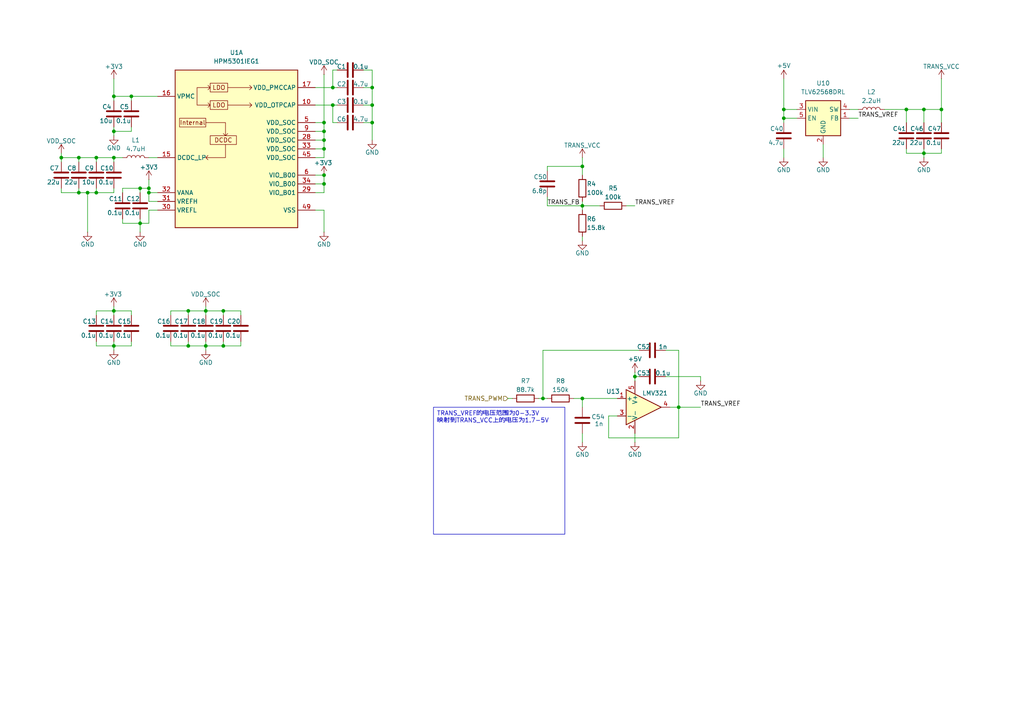
<source format=kicad_sch>
(kicad_sch (version 20231120) (generator "eeschema") (generator_version "8.0")
  (paper "A4")
  (lib_symbols
    (symbol "Amplifier_Operational:LMV321" (pin_names (offset 0.127))
      (property "Reference" "U" (at 0 5.08 0))
      (property "Value" "LMV321" (at 0 -5.08 0))
      (symbol "LMV321_0_1"
        (polyline (pts (xy -5.08 5.08) (xy 5.08 0) (xy -5.08 -5.08) (xy -5.08 5.08)) (stroke (width 0.254)) (fill (type background)))
        (pin power_in line (at -2.54 -7.62 90) (length 3.81) (name "V-") (number "2"))
        (pin power_in line (at -2.54 7.62 270) (length 3.81) (name "V+") (number "5"))
      )
      (symbol "LMV321_1_1"
        (pin input line (at -7.62 2.54 0) (length 2.54) (name "+") (number "1"))
        (pin input line (at -7.62 -2.54 0) (length 2.54) (name "-") (number "3"))
        (pin output line (at 7.62 0 180) (length 2.54) (name "~") (number "4"))
      )
    )
    (symbol "Device:C" (pin_numbers hide) (pin_names (offset 0.254))
      (property "Reference" "C" (at 0.635 2.54 0))
      (property "Value" "C" (at 0.635 -2.54 0))
      (symbol "C_0_1"
        (polyline (pts (xy -2.032 -0.762) (xy 2.032 -0.762)) (stroke (width 0.508)))
        (polyline (pts (xy -2.032 0.762) (xy 2.032 0.762)) (stroke (width 0.508)))
      )
      (symbol "C_1_1"
        (pin passive line (at 0 3.81 270) (length 2.794) (name "~") (number "1"))
        (pin passive line (at 0 -3.81 90) (length 2.794) (name "~") (number "2"))
      )
    )
    (symbol "Device:L" (pin_numbers hide) (pin_names (offset 1.016) hide)
      (property "Reference" "L" (at -1.27 0 90))
      (property "Value" "L" (at 1.905 0 90))
      (symbol "L_0_1"
        (arc (start 0 -2.54) (mid 0.6323 -1.905) (end 0 -1.27))
        (arc (start 0 -1.27) (mid 0.6323 -0.635) (end 0 0))
        (arc (start 0 0) (mid 0.6323 0.635) (end 0 1.27))
        (arc (start 0 1.27) (mid 0.6323 1.905) (end 0 2.54))
      )
      (symbol "L_1_1"
        (pin passive line (at 0 3.81 270) (length 1.27) (name "1") (number "1"))
        (pin passive line (at 0 -3.81 90) (length 1.27) (name "2") (number "2"))
      )
    )
    (symbol "Device:R" (pin_numbers hide) (pin_names (offset 0))
      (property "Reference" "R" (at 2.032 0 90))
      (property "Value" "R" (at 0 0 90))
      (symbol "R_0_1"
        (rectangle (start -1.016 -2.54) (end 1.016 2.54) (stroke (width 0.254)))
      )
      (symbol "R_1_1"
        (pin passive line (at 0 3.81 270) (length 1.27) (name "~") (number "1"))
        (pin passive line (at 0 -3.81 90) (length 1.27) (name "~") (number "2"))
      )
    )
    (symbol "HPM5300_Library:HPM5301IEG1"
      (property "Reference" "U" (at -39.624 54.356 0))
      (property "Value" "HPM5301IEG1" (at -25.654 54.356 0))
      (symbol "HPM5301IEG1_1_0"
        (pin power_in line (at 22.86 -17.78 180) (length 5.08) (name "VSS") (number "49"))
      )
      (symbol "HPM5301IEG1_1_1"
        (rectangle (start -17.78 22.86) (end 17.78 -22.86) (stroke (width 0.254)) (fill (type background)))
        (rectangle (start -16.51 8.89) (end -8.89 6.35))
        (rectangle (start -7.62 3.81) (end 0 1.27))
        (rectangle (start -7.62 13.97) (end -2.54 11.43))
        (rectangle (start -7.62 19.05) (end -2.54 16.51))
        (polyline (pts (xy -7.62 12.7) (xy -8.255 12.065)))
        (polyline (pts (xy -7.62 12.7) (xy -8.255 13.335)))
        (polyline (pts (xy -7.62 17.78) (xy -8.255 17.145)))
        (polyline (pts (xy -7.62 17.78) (xy -8.255 18.415)))
        (polyline (pts (xy -2.54 17.78) (xy 4.445 17.78)))
        (polyline (pts (xy 4.445 12.7) (xy -2.54 12.7)))
        (polyline (pts (xy 4.445 12.7) (xy 3.81 12.065)))
        (polyline (pts (xy 4.445 12.7) (xy 3.81 13.335)))
        (polyline (pts (xy 4.445 17.78) (xy 3.81 17.145)))
        (polyline (pts (xy 4.445 17.78) (xy 3.81 18.415)))
        (polyline (pts (xy -7.62 17.78) (xy -11.43 17.78) (xy -11.43 12.7) (xy -7.62 12.7)))
        (polyline (pts (xy -8.89 7.62) (xy -3.175 7.62) (xy -3.175 3.81) (xy -3.81 4.445) (xy -3.175 3.81) (xy -2.54 4.445)))
        (polyline (pts (xy -3.175 1.27) (xy -3.175 -2.54) (xy -8.89 -2.54) (xy -8.255 -1.905) (xy -8.89 -2.54) (xy -8.255 -3.175)))
        (text "DCDC" (at -3.81 2.54 0) (effects (font (size 1.27 1.27))))
        (text "Internal" (at -12.7 7.62 0) (effects (font (size 1.27 1.27))))
        (text "LDO" (at -5.08 12.7 0) (effects (font (size 1.27 1.27))))
        (text "LDO" (at -5.08 17.78 0) (effects (font (size 1.27 1.27))))
        (pin power_out line (at 22.86 12.7 180) (length 5.08) (name "VDD_OTPCAP") (number "10"))
        (pin power_in line (at -22.86 -2.54 0) (length 5.08) (name "DCDC_LP") (number "15"))
        (pin power_in line (at -22.86 15.24 0) (length 5.08) (name "VPMC") (number "16"))
        (pin power_out line (at 22.86 17.78 180) (length 5.08) (name "VDD_PMCCAP") (number "17"))
        (pin power_in line (at 22.86 2.54 180) (length 5.08) (name "VDD_SOC") (number "28"))
        (pin power_in line (at 22.86 -12.7 180) (length 5.08) (name "VIO_B01") (number "29"))
        (pin power_in line (at -22.86 -17.78 0) (length 5.08) (name "VREFL") (number "30"))
        (pin power_in line (at -22.86 -15.24 0) (length 5.08) (name "VREFH") (number "31"))
        (pin power_in line (at -22.86 -12.7 0) (length 5.08) (name "VANA") (number "32"))
        (pin power_in line (at 22.86 0 180) (length 5.08) (name "VDD_SOC") (number "33"))
        (pin power_in line (at 22.86 -10.16 180) (length 5.08) (name "VIO_B00") (number "34"))
        (pin power_in line (at 22.86 -2.54 180) (length 5.08) (name "VDD_SOC") (number "45"))
        (pin power_in line (at 22.86 7.62 180) (length 5.08) (name "VDD_SOC") (number "5"))
        (pin power_in line (at 22.86 -7.62 180) (length 5.08) (name "VIO_B00") (number "6"))
        (pin power_in line (at 22.86 5.08 180) (length 5.08) (name "VDD_SOC") (number "9"))
      )
      (symbol "HPM5301IEG1_2_1"
        (rectangle (start -53.34 53.34) (end 53.34 -53.34) (stroke (width 0.254)) (fill (type background)))
        (pin bidirectional line (at -58.42 33.02 0) (length 5.08) (name "PA04/URT1.CTS/SPI0.CS0/TRGM0.P04/JTAG.TDO") (number "1"))
        (pin bidirectional line (at -58.42 40.64 0) (length 5.08) (name "PA01/TMR1.CAPT0/URT0.RXD/TRGM0.P01/ACMP.COMP0") (number "11"))
        (pin bidirectional line (at -58.42 43.18 0) (length 5.08) (name "PA00/TMR1.COMP0/URT0.TXD/TRGM0.P00") (number "12"))
        (pin input line (at -58.42 -45.72 0) (length 5.08) (name "~{RESETN}") (number "13"))
        (pin input line (at -58.42 -48.26 0) (length 5.08) (name "WAKEUP") (number "14"))
        (pin bidirectional line (at -58.42 -33.02 0) (length 5.08) (name "PY01/URT0.RXD/WDG0.RST/USB0.OC/PMIC_PY01/PURT.RXD/PTMR.COMP1/SOC.GPIO_Y01") (number "18"))
        (pin bidirectional line (at -58.42 -30.48 0) (length 5.08) (name "PY00/URT0.TXD/USB0.ID/PMIC_PY00/PURT.TXD/PTMR.COMP0/SOC.GPIO_Y00") (number "19"))
        (pin bidirectional line (at -58.42 22.86 0) (length 5.08) (name "PA08/TMR0.COMP1/URT2.TXD/I2C2.SCL/SPI3.CS2/JTAG.TRST") (number "2"))
        (pin bidirectional line (at -58.42 -25.4 0) (length 5.08) (name "PB15/TMR0.COMP3/URT3.TXD/SPI2.DAT3/TRGM0.P03/ADC0.IN7/CMP0.INP1/CMP1.INP1") (number "20"))
        (pin bidirectional line (at -58.42 -22.86 0) (length 5.08) (name "PB14/URT3.RXD/SPI2.DAT2/TRGM0.P02/ADC0.IN6/CMP0.INN1/CMP1.INN1") (number "21"))
        (pin bidirectional line (at -58.42 -20.32 0) (length 5.08) (name "PB13/TMR1.COMP3/URT3.DE/URT3.RTS/I2C3.SCL/SPI2.MOSI/TRGM0.P01/ADC0.IN5/CMP0.INP2/CMP1.INP2") (number "22"))
        (pin bidirectional line (at -58.42 -17.78 0) (length 5.08) (name "PB12/URT3.CTS/I2C3.SDA/SPI2.MISO/TRGM0.P00/ADC0.IN4/CMP0.INN2/CMP1.INN2") (number "23"))
        (pin bidirectional line (at -58.42 -15.24 0) (length 5.08) (name "PB11/URT2.CTS/SPI2.SCLK/ACMP.COMP1/ADC0.IN3/CMP0.INN4/CMP1.INN4") (number "24"))
        (pin bidirectional line (at -58.42 -12.7 0) (length 5.08) (name "PB10/TMR0.COMP2/URT2.DE/URT2.RTS/SPI2.CS0/ACMP.COMP0/USB0.PWR/ADC0.IN2/CMP0.INP4/CMP1.INP4") (number "25"))
        (pin bidirectional line (at -58.42 -10.16 0) (length 5.08) (name "PB09/TMR0.CAPT1/URT2.RXD/I2C2.SDA/SPI2.CS1/ACMP.COMP1/USB0.OC/ADC0.IN1/CMP0.INP6/CMP1.INP6") (number "26"))
        (pin bidirectional line (at -58.42 -7.62 0) (length 5.08) (name "PB08/TMR0.COMP1/URT2.TXD/I2C2.SCL/SPI2.CS2/ACMP.COMP0/USB0.ID/ADC0.IN11/CMP0.INN6/CMP1.INN6") (number "27"))
        (pin bidirectional line (at -58.42 20.32 0) (length 5.08) (name "PA09/TMR0.CAPT1/URT2.RXD/I2C2.SDA/SPI3.CS1") (number "3"))
        (pin input line (at -58.42 -38.1 0) (length 5.08) (name "XTALI") (number "35"))
        (pin output line (at -58.42 -40.64 0) (length 5.08) (name "XTALO") (number "36"))
        (pin bidirectional line (at -58.42 -2.54 0) (length 5.08) (name "PA31/SPI1.DAT3/XPI0.CA_CS0/TRGM0.P07/USB0.ID") (number "37"))
        (pin bidirectional line (at -58.42 0 0) (length 5.08) (name "PA30/SPI1.DAT2/XPI0.CA_D1/TRGM0.P06/USB0.PWR") (number "38"))
        (pin bidirectional line (at -58.42 2.54 0) (length 5.08) (name "PA29/I2C3.SCL/SPI1.MOSI/XPI0.CA_D2/TRGM0.P05/USB0.OC") (number "39"))
        (pin bidirectional line (at -58.42 17.78 0) (length 5.08) (name "PA10/TMR0.COMP2/URT2.DE/URT2.RTS/SPI3.CS0/ACMP.COMP0") (number "4"))
        (pin bidirectional line (at -58.42 5.08 0) (length 5.08) (name "PA28/I2C3.SDA/SPI1.MISO/XPI0.CA_D0/TRGM0.P04") (number "40"))
        (pin bidirectional line (at -58.42 7.62 0) (length 5.08) (name "PA27/SPI1.SCLK/XPI0.CA_SCLK/TRGM0.P03") (number "41"))
        (pin bidirectional line (at -58.42 10.16 0) (length 5.08) (name "PA26/SPI1.CS0/XPI0.CA_D3/TRGM0.P02") (number "42"))
        (pin bidirectional line (at -58.42 12.7 0) (length 5.08) (name "PA25/I2C2.SDA/SPI1.CS1/XPI0.CA_DQS/TRGM0.P01") (number "43"))
        (pin bidirectional line (at -58.42 15.24 0) (length 5.08) (name "PA24/I2C2.SCL/SPI1.CS2/XPI0.CA_CS1/TRGM0.P00") (number "44"))
        (pin bidirectional line (at -58.42 25.4 0) (length 5.08) (name "PA07/TMR0.COMP0/URT1.TXD/I2C1.SCL/SPI0.MOSI/TRGM0.P07/JTAG.TMS") (number "46"))
        (pin bidirectional line (at -58.42 27.94 0) (length 5.08) (name "PA06/TMR0.CAPT0/URT1.RXD/I2C1.SDA/SPI0.MISO/TRGM0.P06/JTAG.TCK") (number "47"))
        (pin bidirectional line (at -58.42 30.48 0) (length 5.08) (name "PA05/TMR1.COMP2/URT1.DE/URT1.RTS/SPI0.SCLK/TRGM0.P05/JTAG.TDI") (number "48"))
        (pin bidirectional line (at -58.42 35.56 0) (length 5.08) (name "PA03/TMR1.CAPT1/URT0.CTS/I2C0.SDA/SPI3.CS3/ACMP.COMP1/TRGM0.P03/ADC0.DBG") (number "7"))
        (pin bidirectional line (at -58.42 38.1 0) (length 5.08) (name "PA02/TMR1.COMP1/URT0.DE/URT0.RTS/I2C0.SCL/ACMP.COMP0/TRGM0.P02/ACMP.COMP1") (number "8"))
      )
    )
    (symbol "Regulator_Switching:TLV62568DRL"
      (property "Reference" "U" (at -5.08 6.35 0))
      (property "Value" "TLV62568DRL" (at 0 6.35 0))
      (symbol "TLV62568DRL_0_1"
        (rectangle (start -5.08 5.08) (end 5.08 -5.08) (stroke (width 0.254)) (fill (type background)))
      )
      (symbol "TLV62568DRL_1_1"
        (pin input line (at 7.62 0 180) (length 2.54) (name "FB") (number "1"))
        (pin power_in line (at 0 -7.62 90) (length 2.54) (name "GND") (number "2"))
        (pin power_in line (at -7.62 2.54 0) (length 2.54) (name "VIN") (number "3"))
        (pin power_out line (at 7.62 2.54 180) (length 2.54) (name "SW") (number "4"))
        (pin input line (at -7.62 0 0) (length 2.54) (name "EN") (number "5"))
        (pin no_connect line (at 5.08 -2.54 180) (length 2.54) hide (name "NC") (number "6"))
      )
    )
    (symbol "power:+3V3" (power) (pin_numbers hide) (pin_names (offset 0) hide)
      (property "Value" "+3V3" (at 0 3.556 0))
      (symbol "+3V3_0_1"
        (polyline (pts (xy -0.762 1.27) (xy 0 2.54)))
        (polyline (pts (xy 0 0) (xy 0 2.54)))
        (polyline (pts (xy 0 2.54) (xy 0.762 1.27)))
      )
      (symbol "+3V3_1_1"
        (pin power_in line (at 0 0 90) (length 0) (name "~") (number "1"))
      )
    )
    (symbol "power:+5V" (power) (pin_numbers hide) (pin_names (offset 0) hide)
      (property "Value" "+5V" (at 0 3.556 0))
      (symbol "+5V_0_1"
        (polyline (pts (xy -0.762 1.27) (xy 0 2.54)))
        (polyline (pts (xy 0 0) (xy 0 2.54)))
        (polyline (pts (xy 0 2.54) (xy 0.762 1.27)))
      )
      (symbol "+5V_1_1"
        (pin power_in line (at 0 0 90) (length 0) (name "~") (number "1"))
      )
    )
    (symbol "power:GND" (power) (pin_numbers hide) (pin_names (offset 0) hide)
      (property "Value" "GND" (at 0 -3.81 0))
      (symbol "GND_0_1"
        (polyline (pts (xy 0 0) (xy 0 -1.27) (xy 1.27 -1.27) (xy 0 -2.54) (xy -1.27 -1.27) (xy 0 -1.27)))
      )
      (symbol "GND_1_1"
        (pin power_in line (at 0 0 270) (length 0) (name "~") (number "1"))
      )
    )
    (symbol "power:VCC" (power) (pin_numbers hide) (pin_names (offset 0) hide)
      (property "Value" "VCC" (at 0 3.556 0))
      (symbol "VCC_0_1"
        (polyline (pts (xy -0.762 1.27) (xy 0 2.54)))
        (polyline (pts (xy 0 0) (xy 0 2.54)))
        (polyline (pts (xy 0 2.54) (xy 0.762 1.27)))
      )
      (symbol "VCC_1_1"
        (pin power_in line (at 0 0 90) (length 0) (name "~") (number "1"))
      )
    )
    (symbol "power:VDD" (power) (pin_numbers hide) (pin_names (offset 0) hide)
      (property "Value" "VDD" (at 0 3.556 0))
      (symbol "VDD_0_1"
        (polyline (pts (xy -0.762 1.27) (xy 0 2.54)))
        (polyline (pts (xy 0 0) (xy 0 2.54)))
        (polyline (pts (xy 0 2.54) (xy 0.762 1.27)))
      )
      (symbol "VDD_1_1"
        (pin power_in line (at 0 0 90) (length 0) (name "~") (number "1"))
      )
    )
  )
  (junction (at 40.64 64.77))
  (junction (at 25.4 55.88))
  (junction (at 267.97 44.45))
  (junction (at 43.18 54.61))
  (junction (at 262.89 31.75))
  (junction (at 59.69 90.17))
  (junction (at 96.52 30.48))
  (junction (at 43.18 55.88))
  (junction (at 273.05 31.75))
  (junction (at 227.33 34.29))
  (junction (at 93.98 35.56))
  (junction (at 33.02 90.17))
  (junction (at 267.97 31.75))
  (junction (at 157.48 115.57))
  (junction (at 196.85 118.11))
  (junction (at 54.61 100.33))
  (junction (at 17.78 45.72))
  (junction (at 93.98 38.1))
  (junction (at 64.77 90.17))
  (junction (at 168.91 115.57))
  (junction (at 40.64 54.61))
  (junction (at 27.94 45.72))
  (junction (at 96.52 25.4))
  (junction (at 93.98 43.18))
  (junction (at 33.02 27.94))
  (junction (at 54.61 90.17))
  (junction (at 22.86 55.88))
  (junction (at 33.02 100.33))
  (junction (at 22.86 45.72))
  (junction (at 59.69 100.33))
  (junction (at 168.91 59.69))
  (junction (at 227.33 31.75))
  (junction (at 107.95 25.4))
  (junction (at 168.91 48.26))
  (junction (at 93.98 40.64))
  (junction (at 27.94 55.88))
  (junction (at 107.95 30.48))
  (junction (at 38.1 27.94))
  (junction (at 33.02 38.1))
  (junction (at 64.77 100.33))
  (junction (at 93.98 50.8))
  (junction (at 184.15 109.22))
  (junction (at 93.98 53.34))
  (junction (at 107.95 35.56))
  (junction (at 33.02 45.72))
  (wire (pts (xy 91.44 53.34) (xy 93.98 53.34)))
  (wire (pts (xy 93.98 50.8) (xy 93.98 53.34)))
  (wire (pts (xy 273.05 35.56) (xy 273.05 31.75)))
  (wire (pts (xy 158.75 49.53) (xy 158.75 48.26)))
  (wire (pts (xy 168.91 59.69) (xy 168.91 60.96)))
  (wire (pts (xy 91.44 40.64) (xy 93.98 40.64)))
  (wire (pts (xy 156.21 115.57) (xy 157.48 115.57)))
  (wire (pts (xy 107.95 35.56) (xy 107.95 40.64)))
  (wire (pts (xy 45.72 60.96) (xy 43.18 60.96)))
  (wire (pts (xy 17.78 44.45) (xy 17.78 45.72)))
  (wire (pts (xy 227.33 34.29) (xy 227.33 35.56)))
  (wire (pts (xy 33.02 100.33) (xy 38.1 100.33)))
  (wire (pts (xy 27.94 54.61) (xy 27.94 55.88)))
  (wire (pts (xy 168.91 45.72) (xy 168.91 48.26)))
  (wire (pts (xy 33.02 99.06) (xy 33.02 100.33)))
  (wire (pts (xy 196.85 118.11) (xy 194.31 118.11)))
  (wire (pts (xy 168.91 59.69) (xy 173.99 59.69)))
  (wire (pts (xy 227.33 31.75) (xy 231.14 31.75)))
  (wire (pts (xy 64.77 99.06) (xy 64.77 100.33)))
  (wire (pts (xy 33.02 90.17) (xy 38.1 90.17)))
  (wire (pts (xy 69.85 100.33) (xy 69.85 99.06)))
  (wire (pts (xy 184.15 109.22) (xy 185.42 109.22)))
  (wire (pts (xy 166.37 115.57) (xy 168.91 115.57)))
  (wire (pts (xy 157.48 101.6) (xy 185.42 101.6)))
  (wire (pts (xy 203.2 109.22) (xy 203.2 110.49)))
  (wire (pts (xy 193.04 101.6) (xy 196.85 101.6)))
  (wire (pts (xy 105.41 25.4) (xy 107.95 25.4)))
  (wire (pts (xy 168.91 115.57) (xy 179.07 115.57)))
  (wire (pts (xy 93.98 38.1) (xy 93.98 40.64)))
  (wire (pts (xy 168.91 125.73) (xy 168.91 128.27)))
  (wire (pts (xy 179.07 120.65) (xy 176.53 120.65)))
  (wire (pts (xy 96.52 25.4) (xy 97.79 25.4)))
  (wire (pts (xy 43.18 55.88) (xy 43.18 58.42)))
  (wire (pts (xy 93.98 43.18) (xy 93.98 45.72)))
  (wire (pts (xy 107.95 20.32) (xy 107.95 25.4)))
  (wire (pts (xy 59.69 90.17) (xy 64.77 90.17)))
  (wire (pts (xy 96.52 30.48) (xy 96.52 35.56)))
  (wire (pts (xy 105.41 35.56) (xy 107.95 35.56)))
  (wire (pts (xy 33.02 54.61) (xy 33.02 55.88)))
  (wire (pts (xy 158.75 59.69) (xy 168.91 59.69)))
  (wire (pts (xy 176.53 127) (xy 196.85 127)))
  (wire (pts (xy 35.56 54.61) (xy 40.64 54.61)))
  (wire (pts (xy 38.1 100.33) (xy 38.1 99.06)))
  (wire (pts (xy 168.91 58.42) (xy 168.91 59.69)))
  (wire (pts (xy 25.4 55.88) (xy 22.86 55.88)))
  (wire (pts (xy 33.02 27.94) (xy 38.1 27.94)))
  (wire (pts (xy 262.89 43.18) (xy 262.89 44.45)))
  (wire (pts (xy 27.94 91.44) (xy 27.94 90.17)))
  (wire (pts (xy 158.75 48.26) (xy 168.91 48.26)))
  (wire (pts (xy 91.44 38.1) (xy 93.98 38.1)))
  (wire (pts (xy 33.02 55.88) (xy 27.94 55.88)))
  (wire (pts (xy 157.48 115.57) (xy 157.48 101.6)))
  (wire (pts (xy 54.61 90.17) (xy 54.61 91.44)))
  (wire (pts (xy 22.86 54.61) (xy 22.86 55.88)))
  (wire (pts (xy 27.94 100.33) (xy 33.02 100.33)))
  (wire (pts (xy 43.18 54.61) (xy 43.18 55.88)))
  (wire (pts (xy 27.94 55.88) (xy 25.4 55.88)))
  (wire (pts (xy 107.95 30.48) (xy 107.95 35.56)))
  (wire (pts (xy 33.02 22.86) (xy 33.02 27.94)))
  (wire (pts (xy 168.91 115.57) (xy 168.91 118.11)))
  (wire (pts (xy 196.85 101.6) (xy 196.85 118.11)))
  (wire (pts (xy 22.86 45.72) (xy 22.86 46.99)))
  (wire (pts (xy 59.69 88.9) (xy 59.69 90.17)))
  (wire (pts (xy 33.02 27.94) (xy 33.02 29.21)))
  (wire (pts (xy 43.18 52.07) (xy 43.18 54.61)))
  (wire (pts (xy 184.15 109.22) (xy 184.15 110.49)))
  (wire (pts (xy 93.98 40.64) (xy 93.98 43.18)))
  (wire (pts (xy 64.77 100.33) (xy 69.85 100.33)))
  (wire (pts (xy 227.33 31.75) (xy 227.33 34.29)))
  (wire (pts (xy 22.86 45.72) (xy 27.94 45.72)))
  (wire (pts (xy 38.1 38.1) (xy 38.1 36.83)))
  (wire (pts (xy 54.61 99.06) (xy 54.61 100.33)))
  (wire (pts (xy 91.44 43.18) (xy 93.98 43.18)))
  (wire (pts (xy 27.94 45.72) (xy 27.94 46.99)))
  (wire (pts (xy 33.02 38.1) (xy 38.1 38.1)))
  (wire (pts (xy 96.52 30.48) (xy 97.79 30.48)))
  (wire (pts (xy 267.97 44.45) (xy 267.97 45.72)))
  (wire (pts (xy 196.85 118.11) (xy 203.2 118.11)))
  (wire (pts (xy 59.69 100.33) (xy 59.69 101.6)))
  (wire (pts (xy 273.05 22.86) (xy 273.05 31.75)))
  (wire (pts (xy 91.44 60.96) (xy 93.98 60.96)))
  (wire (pts (xy 91.44 35.56) (xy 93.98 35.56)))
  (wire (pts (xy 97.79 35.56) (xy 96.52 35.56)))
  (wire (pts (xy 196.85 127) (xy 196.85 118.11)))
  (wire (pts (xy 262.89 31.75) (xy 262.89 35.56)))
  (wire (pts (xy 54.61 100.33) (xy 59.69 100.33)))
  (wire (pts (xy 147.32 115.57) (xy 148.59 115.57)))
  (wire (pts (xy 93.98 35.56) (xy 93.98 38.1)))
  (wire (pts (xy 69.85 90.17) (xy 69.85 91.44)))
  (wire (pts (xy 43.18 60.96) (xy 43.18 64.77)))
  (wire (pts (xy 158.75 57.15) (xy 158.75 59.69)))
  (wire (pts (xy 45.72 58.42) (xy 43.18 58.42)))
  (wire (pts (xy 33.02 45.72) (xy 35.56 45.72)))
  (wire (pts (xy 64.77 90.17) (xy 64.77 91.44)))
  (wire (pts (xy 40.64 63.5) (xy 40.64 64.77)))
  (wire (pts (xy 35.56 55.88) (xy 35.56 54.61)))
  (wire (pts (xy 33.02 90.17) (xy 33.02 91.44)))
  (wire (pts (xy 27.94 45.72) (xy 33.02 45.72)))
  (wire (pts (xy 267.97 43.18) (xy 267.97 44.45)))
  (wire (pts (xy 267.97 31.75) (xy 267.97 35.56)))
  (wire (pts (xy 176.53 120.65) (xy 176.53 127)))
  (wire (pts (xy 38.1 27.94) (xy 38.1 29.21)))
  (wire (pts (xy 262.89 31.75) (xy 267.97 31.75)))
  (wire (pts (xy 168.91 68.58) (xy 168.91 69.85)))
  (wire (pts (xy 193.04 109.22) (xy 203.2 109.22)))
  (wire (pts (xy 246.38 34.29) (xy 248.92 34.29)))
  (wire (pts (xy 17.78 45.72) (xy 22.86 45.72)))
  (wire (pts (xy 59.69 90.17) (xy 59.69 91.44)))
  (wire (pts (xy 17.78 55.88) (xy 17.78 54.61)))
  (wire (pts (xy 64.77 90.17) (xy 69.85 90.17)))
  (wire (pts (xy 43.18 55.88) (xy 45.72 55.88)))
  (wire (pts (xy 25.4 67.31) (xy 25.4 55.88)))
  (wire (pts (xy 105.41 20.32) (xy 107.95 20.32)))
  (wire (pts (xy 184.15 125.73) (xy 184.15 128.27)))
  (wire (pts (xy 238.76 41.91) (xy 238.76 45.72)))
  (wire (pts (xy 27.94 99.06) (xy 27.94 100.33)))
  (wire (pts (xy 45.72 27.94) (xy 38.1 27.94)))
  (wire (pts (xy 107.95 25.4) (xy 107.95 30.48)))
  (wire (pts (xy 93.98 60.96) (xy 93.98 67.31)))
  (wire (pts (xy 267.97 31.75) (xy 273.05 31.75)))
  (wire (pts (xy 33.02 36.83) (xy 33.02 38.1)))
  (wire (pts (xy 27.94 90.17) (xy 33.02 90.17)))
  (wire (pts (xy 246.38 31.75) (xy 248.92 31.75)))
  (wire (pts (xy 43.18 45.72) (xy 45.72 45.72)))
  (wire (pts (xy 49.53 100.33) (xy 54.61 100.33)))
  (wire (pts (xy 168.91 48.26) (xy 168.91 50.8)))
  (wire (pts (xy 49.53 99.06) (xy 49.53 100.33)))
  (wire (pts (xy 59.69 100.33) (xy 64.77 100.33)))
  (wire (pts (xy 33.02 88.9) (xy 33.02 90.17)))
  (wire (pts (xy 40.64 54.61) (xy 43.18 54.61)))
  (wire (pts (xy 17.78 46.99) (xy 17.78 45.72)))
  (wire (pts (xy 91.44 45.72) (xy 93.98 45.72)))
  (wire (pts (xy 256.54 31.75) (xy 262.89 31.75)))
  (wire (pts (xy 91.44 55.88) (xy 93.98 55.88)))
  (wire (pts (xy 181.61 59.69) (xy 184.15 59.69)))
  (wire (pts (xy 59.69 99.06) (xy 59.69 100.33)))
  (wire (pts (xy 54.61 90.17) (xy 59.69 90.17)))
  (wire (pts (xy 49.53 90.17) (xy 54.61 90.17)))
  (wire (pts (xy 231.14 34.29) (xy 227.33 34.29)))
  (wire (pts (xy 49.53 91.44) (xy 49.53 90.17)))
  (wire (pts (xy 97.79 20.32) (xy 96.52 20.32)))
  (wire (pts (xy 157.48 115.57) (xy 158.75 115.57)))
  (wire (pts (xy 96.52 20.32) (xy 96.52 25.4)))
  (wire (pts (xy 40.64 64.77) (xy 40.64 67.31)))
  (wire (pts (xy 40.64 54.61) (xy 40.64 55.88)))
  (wire (pts (xy 227.33 22.86) (xy 227.33 31.75)))
  (wire (pts (xy 35.56 63.5) (xy 35.56 64.77)))
  (wire (pts (xy 22.86 55.88) (xy 17.78 55.88)))
  (wire (pts (xy 227.33 43.18) (xy 227.33 45.72)))
  (wire (pts (xy 33.02 45.72) (xy 33.02 46.99)))
  (wire (pts (xy 91.44 50.8) (xy 93.98 50.8)))
  (wire (pts (xy 93.98 21.59) (xy 93.98 35.56)))
  (wire (pts (xy 267.97 44.45) (xy 273.05 44.45)))
  (wire (pts (xy 35.56 64.77) (xy 40.64 64.77)))
  (wire (pts (xy 38.1 90.17) (xy 38.1 91.44)))
  (wire (pts (xy 93.98 53.34) (xy 93.98 55.88)))
  (wire (pts (xy 273.05 44.45) (xy 273.05 43.18)))
  (wire (pts (xy 40.64 64.77) (xy 43.18 64.77)))
  (wire (pts (xy 33.02 100.33) (xy 33.02 101.6)))
  (wire (pts (xy 91.44 25.4) (xy 96.52 25.4)))
  (wire (pts (xy 91.44 30.48) (xy 96.52 30.48)))
  (wire (pts (xy 262.89 44.45) (xy 267.97 44.45)))
  (wire (pts (xy 184.15 107.95) (xy 184.15 109.22)))
  (wire (pts (xy 105.41 30.48) (xy 107.95 30.48)))
  (wire (pts (xy 33.02 38.1) (xy 33.02 39.37)))
  (text_box "TRANS_VREF的电压范围为0-3.3V\n映射到TRANS_VCC上的电压为1.7-5V" (at 125.73 118.11 0) (size 38.1 36.83) (effects (font (size 1.27 1.27)) (justify left top)))
  (label "TRANS_VREF" (at 203.2 118.11 0))
  (label "TRANS_VREF" (at 248.92 34.29 0))
  (label "TRANS_FB" (at 158.75 59.69 0))
  (label "TRANS_VREF" (at 184.15 59.69 0))
  (hierarchical_label "TRANS_PWM" (shape input) (at 147.32 115.57 180))
  (symbol (lib_id "Device:C") (at 40.64 59.69 0) (unit 1)
    (property "Reference" "C12" (at 38.608 57.658 0))
    (property "Value" "0.1u" (at 38.354 61.722 0))
    (property "Footprint" "Capacitor_SMD:C_0402_1005Metric" (effects (hide yes)))
    (property "Description" "Unpolarized capacitor" (effects (hide yes)))
  )
  (symbol (lib_id "power:GND") (at 168.91 128.27 0) (unit 1)
    (property "Reference" "#PWR091" (effects (hide yes)))
    (property "Value" "GND" (at 168.91 131.826 0))
    (property "Description" "Power symbol creates a global label with name \"GND\" , ground" (effects (hide yes)))
  )
  (symbol (lib_id "Device:C") (at 33.02 95.25 0) (unit 1)
    (property "Reference" "C14" (at 30.988 93.218 0))
    (property "Value" "0.1u" (at 30.734 97.282 0))
    (property "Footprint" "Capacitor_SMD:C_0402_1005Metric" (effects (hide yes)))
    (property "Description" "Unpolarized capacitor" (effects (hide yes)))
  )
  (symbol (lib_id "power:GND") (at 267.97 45.72 0) (unit 1)
    (property "Reference" "#PWR0118" (effects (hide yes)))
    (property "Value" "GND" (at 267.97 49.276 0))
    (property "Description" "Power symbol creates a global label with name \"GND\" , ground" (effects (hide yes)))
  )
  (symbol (lib_id "Device:C") (at 27.94 50.8 0) (unit 1)
    (property "Reference" "C9" (at 25.908 48.768 0))
    (property "Value" "10u" (at 25.654 52.832 0))
    (property "Footprint" "Capacitor_SMD:C_0402_1005Metric" (effects (hide yes)))
    (property "Description" "Unpolarized capacitor" (effects (hide yes)))
  )
  (symbol (lib_id "power:GND") (at 184.15 128.27 0) (unit 1)
    (property "Reference" "#PWR092" (effects (hide yes)))
    (property "Value" "GND" (at 184.15 131.826 0))
    (property "Description" "Power symbol creates a global label with name \"GND\" , ground" (effects (hide yes)))
  )
  (symbol (lib_id "power:GND") (at 25.4 67.31 0) (unit 1)
    (property "Reference" "#PWR08" (effects (hide yes)))
    (property "Value" "GND" (at 25.4 70.866 0))
    (property "Description" "Power symbol creates a global label with name \"GND\" , ground" (effects (hide yes)))
  )
  (symbol (lib_id "Device:C") (at 27.94 95.25 0) (unit 1)
    (property "Reference" "C13" (at 25.908 93.218 0))
    (property "Value" "0.1u" (at 25.654 97.282 0))
    (property "Footprint" "Capacitor_SMD:C_0402_1005Metric" (effects (hide yes)))
    (property "Description" "Unpolarized capacitor" (effects (hide yes)))
  )
  (symbol (lib_id "power:VDD") (at 59.69 88.9 0) (unit 1)
    (property "Reference" "#PWR013" (effects (hide yes)))
    (property "Value" "VDD_SOC" (at 59.69 85.344 0))
    (property "Description" "Power symbol creates a global label with name \"VDD_SOC\"" (effects (hide yes)))
  )
  (symbol (lib_id "Device:C") (at 189.23 101.6 90) (unit 1)
    (property "Reference" "C52" (at 186.69 100.584 90))
    (property "Value" "1n" (at 192.278 100.584 90))
    (property "Footprint" "Capacitor_SMD:C_0402_1005Metric" (effects (hide yes)))
    (property "Description" "Unpolarized capacitor" (effects (hide yes)))
  )
  (symbol (lib_id "power:GND") (at 93.98 67.31 0) (unit 1)
    (property "Reference" "#PWR010" (effects (hide yes)))
    (property "Value" "GND" (at 93.98 70.866 0))
    (property "Description" "Power symbol creates a global label with name \"GND\" , ground" (effects (hide yes)))
  )
  (symbol (lib_id "power:VCC") (at 273.05 22.86 0) (unit 1)
    (property "Reference" "#PWR086" (effects (hide yes)))
    (property "Value" "TRANS_VCC" (at 273.05 19.304 0))
    (property "Description" "Power symbol creates a global label with name \"VCC\"" (effects (hide yes)))
  )
  (symbol (lib_id "HPM5300_Library:HPM5301IEG1") (at 68.58 43.18 0) (unit 1)
    (property "Reference" "U1" (at 68.58 15.24 0))
    (property "Value" "HPM5301IEG1" (at 68.58 17.78 0))
    (property "Footprint" "Package_DFN_QFN:QFN-48-1EP_6x6mm_P0.4mm_EP4.2x4.2mm" (effects (hide yes)))
    (property "Datasheet" "http://www.hpmicro.com/down.aspx?DId=b9f427fc-7856-4897-8a2b-247d1845c1b1&LId=091cdc4f-0cbe-4040-87bc-79f1448ed356&SkipL=T" (effects (hide yes)))
    (property "Description" "Hpmicro High Performance Motion Control MCU, QFN48" (effects (hide yes)))
  )
  (symbol (lib_id "Device:C") (at 168.91 121.92 0) (unit 1)
    (property "Reference" "C54" (at 173.482 120.904 0))
    (property "Value" "1n" (at 173.736 122.936 0))
    (property "Footprint" "Capacitor_SMD:C_0402_1005Metric" (effects (hide yes)))
    (property "Description" "Unpolarized capacitor" (effects (hide yes)))
  )
  (symbol (lib_id "Device:C") (at 227.33 39.37 0) (unit 1)
    (property "Reference" "C40" (at 225.298 37.338 0))
    (property "Value" "4.7u" (at 225.044 41.402 0))
    (property "Footprint" "Capacitor_SMD:C_0402_1005Metric" (effects (hide yes)))
    (property "Description" "Unpolarized capacitor" (effects (hide yes)))
  )
  (symbol (lib_id "Device:C") (at 69.85 95.25 0) (unit 1)
    (property "Reference" "C20" (at 67.818 93.218 0))
    (property "Value" "0.1u" (at 67.564 97.282 0))
    (property "Footprint" "Capacitor_SMD:C_0402_1005Metric" (effects (hide yes)))
    (property "Description" "Unpolarized capacitor" (effects (hide yes)))
  )
  (symbol (lib_id "Device:C") (at 189.23 109.22 90) (unit 1)
    (property "Reference" "C53" (at 186.69 108.204 90))
    (property "Value" "0.1u" (at 192.278 108.204 90))
    (property "Footprint" "Capacitor_SMD:C_0402_1005Metric" (effects (hide yes)))
    (property "Description" "Unpolarized capacitor" (effects (hide yes)))
  )
  (symbol (lib_id "Device:R") (at 168.91 54.61 0) (unit 1)
    (property "Reference" "R4" (at 170.18 53.34 0) (effects (justify left)))
    (property "Value" "100k" (at 170.18 55.88 0) (effects (justify left)))
    (property "Footprint" "Resistor_SMD:R_0402_1005Metric" (effects (hide yes)))
    (property "Description" "Resistor" (effects (hide yes)))
  )
  (symbol (lib_id "power:+3V3") (at 33.02 88.9 0) (unit 1)
    (property "Reference" "#PWR012" (effects (hide yes)))
    (property "Value" "+3V3" (at 32.766 85.344 0))
    (property "Description" "Power symbol creates a global label with name \"+3V3\"" (effects (hide yes)))
  )
  (symbol (lib_id "Device:R") (at 162.56 115.57 90) (unit 1)
    (property "Reference" "R8" (at 162.56 110.49 90))
    (property "Value" "150k" (at 162.56 113.03 90))
    (property "Footprint" "Resistor_SMD:R_0402_1005Metric" (effects (hide yes)))
    (property "Description" "Resistor" (effects (hide yes)))
  )
  (symbol (lib_id "power:GND") (at 59.69 101.6 0) (unit 1)
    (property "Reference" "#PWR015" (effects (hide yes)))
    (property "Value" "GND" (at 59.69 105.156 0))
    (property "Description" "Power symbol creates a global label with name \"GND\" , ground" (effects (hide yes)))
  )
  (symbol (lib_id "Device:C") (at 101.6 30.48 90) (unit 1)
    (property "Reference" "C3" (at 99.06 29.464 90))
    (property "Value" "0.1u" (at 104.648 29.464 90))
    (property "Footprint" "Capacitor_SMD:C_0402_1005Metric" (effects (hide yes)))
    (property "Description" "Unpolarized capacitor" (effects (hide yes)))
  )
  (symbol (lib_id "power:VCC") (at 168.91 45.72 0) (unit 1)
    (property "Reference" "#PWR070" (effects (hide yes)))
    (property "Value" "TRANS_VCC" (at 168.91 42.164 0))
    (property "Description" "Power symbol creates a global label with name \"VCC\"" (effects (hide yes)))
  )
  (symbol (lib_id "power:GND") (at 227.33 45.72 0) (unit 1)
    (property "Reference" "#PWR069" (effects (hide yes)))
    (property "Value" "GND" (at 227.33 49.276 0))
    (property "Description" "Power symbol creates a global label with name \"GND\" , ground" (effects (hide yes)))
  )
  (symbol (lib_id "power:GND") (at 33.02 39.37 0) (unit 1)
    (property "Reference" "#PWR03" (effects (hide yes)))
    (property "Value" "GND" (at 33.02 42.926 0))
    (property "Description" "Power symbol creates a global label with name \"GND\" , ground" (effects (hide yes)))
  )
  (symbol (lib_id "Device:C") (at 101.6 35.56 90) (unit 1)
    (property "Reference" "C6" (at 99.06 34.544 90))
    (property "Value" "4.7u" (at 104.648 34.544 90))
    (property "Footprint" "Capacitor_SMD:C_0402_1005Metric" (effects (hide yes)))
    (property "Description" "Unpolarized capacitor" (effects (hide yes)))
  )
  (symbol (lib_id "power:+5V") (at 184.15 107.95 0) (unit 1)
    (property "Reference" "#PWR089" (effects (hide yes)))
    (property "Value" "+5V" (at 184.15 104.14 0))
    (property "Description" "Power symbol creates a global label with name \"+5V\"" (effects (hide yes)))
  )
  (symbol (lib_id "Device:C") (at 262.89 39.37 0) (unit 1)
    (property "Reference" "C41" (at 260.858 37.338 0))
    (property "Value" "22u" (at 260.604 41.402 0))
    (property "Footprint" "Capacitor_SMD:C_0603_1608Metric" (effects (hide yes)))
    (property "Description" "Unpolarized capacitor" (effects (hide yes)))
  )
  (symbol (lib_id "power:GND") (at 40.64 67.31 0) (unit 1)
    (property "Reference" "#PWR09" (effects (hide yes)))
    (property "Value" "GND" (at 40.64 70.866 0))
    (property "Description" "Power symbol creates a global label with name \"GND\" , ground" (effects (hide yes)))
  )
  (symbol (lib_id "power:+5V") (at 227.33 22.86 0) (unit 1)
    (property "Reference" "#PWR067" (effects (hide yes)))
    (property "Value" "+5V" (at 227.33 19.05 0))
    (property "Description" "Power symbol creates a global label with name \"+5V\"" (effects (hide yes)))
  )
  (symbol (lib_id "power:GND") (at 168.91 69.85 0) (unit 1)
    (property "Reference" "#PWR087" (effects (hide yes)))
    (property "Value" "GND" (at 168.91 73.406 0))
    (property "Description" "Power symbol creates a global label with name \"GND\" , ground" (effects (hide yes)))
  )
  (symbol (lib_id "Device:C") (at 267.97 39.37 0) (unit 1)
    (property "Reference" "C46" (at 265.938 37.338 0))
    (property "Value" "22u" (at 265.684 41.402 0))
    (property "Footprint" "Capacitor_SMD:C_0603_1608Metric" (effects (hide yes)))
    (property "Description" "Unpolarized capacitor" (effects (hide yes)))
  )
  (symbol (lib_id "Device:L") (at 39.37 45.72 90) (unit 1)
    (property "Reference" "L1" (at 39.37 40.64 90))
    (property "Value" "4.7uH" (at 39.37 43.18 90))
    (property "Footprint" "Inductor_SMD:L_Murata_DFE201610P" (effects (hide yes)))
    (property "Description" "Inductor" (effects (hide yes)))
  )
  (symbol (lib_id "power:GND") (at 33.02 101.6 0) (unit 1)
    (property "Reference" "#PWR014" (effects (hide yes)))
    (property "Value" "GND" (at 33.02 105.156 0))
    (property "Description" "Power symbol creates a global label with name \"GND\" , ground" (effects (hide yes)))
  )
  (symbol (lib_id "power:+3V3") (at 43.18 52.07 0) (unit 1)
    (property "Reference" "#PWR07" (effects (hide yes)))
    (property "Value" "+3V3" (at 43.18 48.514 0))
    (property "Description" "Power symbol creates a global label with name \"+3V3\"" (effects (hide yes)))
  )
  (symbol (lib_id "Device:C") (at 33.02 50.8 0) (unit 1)
    (property "Reference" "C10" (at 30.988 48.768 0))
    (property "Value" "0.1u" (at 30.734 52.832 0))
    (property "Footprint" "Capacitor_SMD:C_0402_1005Metric" (effects (hide yes)))
    (property "Description" "Unpolarized capacitor" (effects (hide yes)))
  )
  (symbol (lib_id "Device:C") (at 49.53 95.25 0) (unit 1)
    (property "Reference" "C16" (at 47.498 93.218 0))
    (property "Value" "0.1u" (at 47.244 97.282 0))
    (property "Footprint" "Capacitor_SMD:C_0402_1005Metric" (effects (hide yes)))
    (property "Description" "Unpolarized capacitor" (effects (hide yes)))
  )
  (symbol (lib_id "Device:C") (at 101.6 20.32 90) (unit 1)
    (property "Reference" "C1" (at 99.06 19.304 90))
    (property "Value" "0.1u" (at 104.648 19.304 90))
    (property "Footprint" "Capacitor_SMD:C_0402_1005Metric" (effects (hide yes)))
    (property "Description" "Unpolarized capacitor" (effects (hide yes)))
  )
  (symbol (lib_id "Regulator_Switching:TLV62568DRL") (at 238.76 34.29 0) (unit 1)
    (property "Reference" "U10" (at 238.76 24.13 0))
    (property "Value" "TLV62568DRL" (at 238.76 26.67 0))
    (property "Footprint" "Package_TO_SOT_SMD:SOT-563" (effects (hide yes)))
    (property "Datasheet" "http://www.ti.com/lit/ds/symlink/tlv62568.pdf" (effects (hide yes)))
    (property "Description" "High Efficiency Synchronous Buck Converter, Adjustable Output 0.6V-5.5V, 1A, SOT-563-6" (effects (hide yes)))
  )
  (symbol (lib_id "Device:C") (at 33.02 33.02 0) (unit 1)
    (property "Reference" "C4" (at 30.988 30.988 0))
    (property "Value" "10u" (at 30.734 35.052 0))
    (property "Footprint" "Capacitor_SMD:C_0402_1005Metric" (effects (hide yes)))
    (property "Description" "Unpolarized capacitor" (effects (hide yes)))
  )
  (symbol (lib_id "Device:R") (at 152.4 115.57 90) (unit 1)
    (property "Reference" "R7" (at 152.4 110.49 90))
    (property "Value" "88.7k" (at 152.4 113.03 90))
    (property "Footprint" "Resistor_SMD:R_0402_1005Metric" (effects (hide yes)))
    (property "Description" "Resistor" (effects (hide yes)))
  )
  (symbol (lib_id "power:+3V3") (at 93.98 50.8 0) (unit 1)
    (property "Reference" "#PWR06" (effects (hide yes)))
    (property "Value" "+3V3" (at 93.726 47.244 0))
    (property "Description" "Power symbol creates a global label with name \"+3V3\"" (effects (hide yes)))
  )
  (symbol (lib_id "Device:C") (at 59.69 95.25 0) (unit 1)
    (property "Reference" "C18" (at 57.658 93.218 0))
    (property "Value" "0.1u" (at 57.404 97.282 0))
    (property "Footprint" "Capacitor_SMD:C_0402_1005Metric" (effects (hide yes)))
    (property "Description" "Unpolarized capacitor" (effects (hide yes)))
  )
  (symbol (lib_id "power:GND") (at 107.95 40.64 0) (unit 1)
    (property "Reference" "#PWR04" (effects (hide yes)))
    (property "Value" "GND" (at 107.95 44.196 0))
    (property "Description" "Power symbol creates a global label with name \"GND\" , ground" (effects (hide yes)))
  )
  (symbol (lib_id "power:VDD") (at 93.98 21.59 0) (unit 1)
    (property "Reference" "#PWR01" (effects (hide yes)))
    (property "Value" "VDD_SOC" (at 93.98 18.034 0))
    (property "Description" "Power symbol creates a global label with name \"VDD_SOC\"" (effects (hide yes)))
  )
  (symbol (lib_id "Device:C") (at 17.78 50.8 0) (unit 1)
    (property "Reference" "C7" (at 15.748 48.768 0))
    (property "Value" "22u" (at 15.494 52.832 0))
    (property "Footprint" "Capacitor_SMD:C_0402_1005Metric" (effects (hide yes)))
    (property "Description" "Unpolarized capacitor" (effects (hide yes)))
  )
  (symbol (lib_id "Device:R") (at 168.91 64.77 0) (unit 1)
    (property "Reference" "R6" (at 170.18 63.5 0) (effects (justify left)))
    (property "Value" "15.8k" (at 170.18 66.04 0) (effects (justify left)))
    (property "Footprint" "Resistor_SMD:R_0402_1005Metric" (effects (hide yes)))
    (property "Description" "Resistor" (effects (hide yes)))
  )
  (symbol (lib_id "power:VDD") (at 17.78 44.45 0) (unit 1)
    (property "Reference" "#PWR05" (effects (hide yes)))
    (property "Value" "VDD_SOC" (at 17.78 40.894 0))
    (property "Description" "Power symbol creates a global label with name \"VDD_SOC\"" (effects (hide yes)))
  )
  (symbol (lib_id "Device:C") (at 54.61 95.25 0) (unit 1)
    (property "Reference" "C17" (at 52.578 93.218 0))
    (property "Value" "0.1u" (at 52.324 97.282 0))
    (property "Footprint" "Capacitor_SMD:C_0402_1005Metric" (effects (hide yes)))
    (property "Description" "Unpolarized capacitor" (effects (hide yes)))
  )
  (symbol (lib_id "Device:C") (at 64.77 95.25 0) (unit 1)
    (property "Reference" "C19" (at 62.738 93.218 0))
    (property "Value" "0.1u" (at 62.484 97.282 0))
    (property "Footprint" "Capacitor_SMD:C_0402_1005Metric" (effects (hide yes)))
    (property "Description" "Unpolarized capacitor" (effects (hide yes)))
  )
  (symbol (lib_id "Device:C") (at 158.75 53.34 0) (unit 1)
    (property "Reference" "C50" (at 156.718 51.308 0))
    (property "Value" "6.8p" (at 156.464 55.372 0))
    (property "Footprint" "Capacitor_SMD:C_0402_1005Metric" (effects (hide yes)))
    (property "Description" "Unpolarized capacitor" (effects (hide yes)))
  )
  (symbol (lib_id "power:GND") (at 203.2 110.49 0) (unit 1)
    (property "Reference" "#PWR090" (effects (hide yes)))
    (property "Value" "GND" (at 203.2 114.046 0))
    (property "Description" "Power symbol creates a global label with name \"GND\" , ground" (effects (hide yes)))
  )
  (symbol (lib_id "power:+3V3") (at 33.02 22.86 0) (unit 1)
    (property "Reference" "#PWR02" (effects (hide yes)))
    (property "Value" "+3V3" (at 33.02 19.304 0))
    (property "Description" "Power symbol creates a global label with name \"+3V3\"" (effects (hide yes)))
  )
  (symbol (lib_id "Device:L") (at 252.73 31.75 90) (unit 1)
    (property "Reference" "L2" (at 252.73 26.67 90))
    (property "Value" "2.2uH" (at 252.73 29.21 90))
    (property "Footprint" "Inductor_SMD:L_Murata_DFE201610P" (effects (hide yes)))
    (property "Description" "Inductor" (effects (hide yes)))
  )
  (symbol (lib_id "Amplifier_Operational:LMV321") (at 186.69 118.11 0) (unit 1)
    (property "Reference" "U13" (at 177.8 113.538 0))
    (property "Value" "LMV321" (at 189.992 114.046 0))
    (property "Footprint" "Package_TO_SOT_SMD:SOT-353_SC-70-5" (effects (hide yes)))
    (property "Datasheet" "http://www.ti.com/lit/ds/symlink/lmv324.pdf" (effects (hide yes)))
    (property "Description" "Low-Voltage Rail-to-Rail Output Operational Amplifiers, SOT-23-5/SC-70-5" (effects (hide yes)))
  )
  (symbol (lib_id "Device:C") (at 38.1 33.02 0) (unit 1)
    (property "Reference" "C5" (at 36.068 30.988 0))
    (property "Value" "0.1u" (at 35.814 35.052 0))
    (property "Footprint" "Capacitor_SMD:C_0402_1005Metric" (effects (hide yes)))
    (property "Description" "Unpolarized capacitor" (effects (hide yes)))
  )
  (symbol (lib_id "Device:R") (at 177.8 59.69 90) (unit 1)
    (property "Reference" "R5" (at 177.8 54.61 90))
    (property "Value" "100k" (at 177.8 57.15 90))
    (property "Footprint" "Resistor_SMD:R_0402_1005Metric" (effects (hide yes)))
    (property "Description" "Resistor" (effects (hide yes)))
  )
  (symbol (lib_id "Device:C") (at 101.6 25.4 90) (unit 1)
    (property "Reference" "C2" (at 99.06 24.384 90))
    (property "Value" "4.7u" (at 104.648 24.384 90))
    (property "Footprint" "Capacitor_SMD:C_0402_1005Metric" (effects (hide yes)))
    (property "Description" "Unpolarized capacitor" (effects (hide yes)))
  )
  (symbol (lib_id "power:GND") (at 238.76 45.72 0) (unit 1)
    (property "Reference" "#PWR065" (effects (hide yes)))
    (property "Value" "GND" (at 238.76 49.276 0))
    (property "Description" "Power symbol creates a global label with name \"GND\" , ground" (effects (hide yes)))
  )
  (symbol (lib_id "Device:C") (at 22.86 50.8 0) (unit 1)
    (property "Reference" "C8" (at 20.828 48.768 0))
    (property "Value" "22u" (at 20.574 52.832 0))
    (property "Footprint" "Capacitor_SMD:C_0402_1005Metric" (effects (hide yes)))
    (property "Description" "Unpolarized capacitor" (effects (hide yes)))
  )
  (symbol (lib_id "Device:C") (at 273.05 39.37 0) (unit 1)
    (property "Reference" "C47" (at 271.018 37.338 0))
    (property "Value" "0.1u" (at 270.764 41.402 0))
    (property "Footprint" "Capacitor_SMD:C_0402_1005Metric" (effects (hide yes)))
    (property "Description" "Unpolarized capacitor" (effects (hide yes)))
  )
  (symbol (lib_id "Device:C") (at 38.1 95.25 0) (unit 1)
    (property "Reference" "C15" (at 36.068 93.218 0))
    (property "Value" "0.1u" (at 35.814 97.282 0))
    (property "Footprint" "Capacitor_SMD:C_0402_1005Metric" (effects (hide yes)))
    (property "Description" "Unpolarized capacitor" (effects (hide yes)))
  )
  (symbol (lib_id "Device:C") (at 35.56 59.69 0) (unit 1)
    (property "Reference" "C11" (at 33.528 57.658 0))
    (property "Value" "0.1u" (at 33.274 61.722 0))
    (property "Footprint" "Capacitor_SMD:C_0402_1005Metric" (effects (hide yes)))
    (property "Description" "Unpolarized capacitor" (effects (hide yes)))
  )
)
</source>
